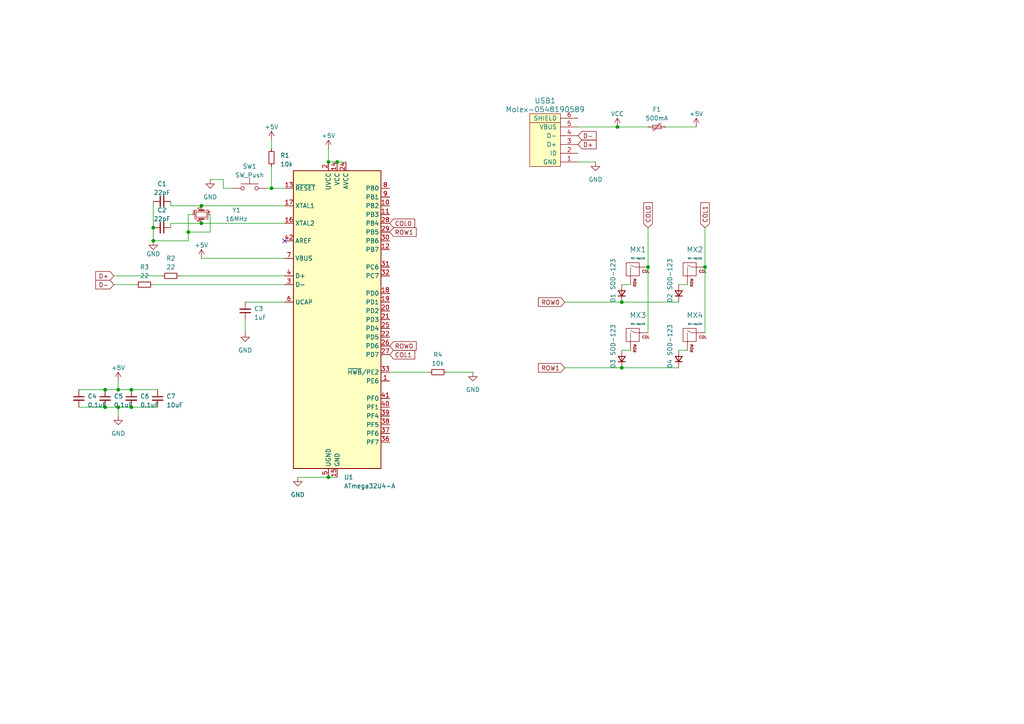
<source format=kicad_sch>
(kicad_sch (version 20230121) (generator eeschema)
  (paper "A4")
  (lib_symbols
    (symbol "Device:C_Small" (pin_numbers hide) (pin_names (offset 0.254) hide)
      (property "Reference" "C" (at 0.254 1.778 0))
      (property "Value" "C_Small" (at 0.254 -2.032 0))
      (symbol "C_Small_0_1"
        (polyline (pts (xy -1.524 -0.508) (xy 1.524 -0.508)) (stroke (width 0.3302)))
        (polyline (pts (xy -1.524 0.508) (xy 1.524 0.508)) (stroke (width 0.3048)))
      )
      (symbol "C_Small_1_1"
        (pin passive line (at 0 2.54 270) (length 2.032) (name "~") (number "1"))
        (pin passive line (at 0 -2.54 90) (length 2.032) (name "~") (number "2"))
      )
    )
    (symbol "Device:Crystal_GND24_Small" (pin_names (offset 1.016) hide)
      (property "Reference" "Y" (at 1.27 4.445 0))
      (property "Value" "Crystal_GND24_Small" (at 1.27 2.54 0))
      (symbol "Crystal_GND24_Small_0_1"
        (rectangle (start -0.762 -1.524) (end 0.762 1.524))
        (polyline (pts (xy -1.27 -0.762) (xy -1.27 0.762)) (stroke (width 0.381)))
        (polyline (pts (xy 1.27 -0.762) (xy 1.27 0.762)) (stroke (width 0.381)))
        (polyline (pts (xy -1.27 -1.27) (xy -1.27 -1.905) (xy 1.27 -1.905) (xy 1.27 -1.27)))
        (polyline (pts (xy -1.27 1.27) (xy -1.27 1.905) (xy 1.27 1.905) (xy 1.27 1.27)))
      )
      (symbol "Crystal_GND24_Small_1_1"
        (pin passive line (at -2.54 0 0) (length 1.27) (name "1") (number "1"))
        (pin passive line (at 0 -2.54 90) (length 0.635) (name "2") (number "2"))
        (pin passive line (at 2.54 0 180) (length 1.27) (name "3") (number "3"))
        (pin passive line (at 0 2.54 270) (length 0.635) (name "4") (number "4"))
      )
    )
    (symbol "Device:D_Small" (pin_numbers hide) (pin_names (offset 0.254) hide)
      (property "Reference" "D" (at -1.27 2.032 0))
      (property "Value" "D_Small" (at -3.81 -2.032 0))
      (symbol "D_Small_0_1"
        (polyline (pts (xy -0.762 -1.016) (xy -0.762 1.016)) (stroke (width 0.254)))
        (polyline (pts (xy -0.762 0) (xy 0.762 0)))
        (polyline (pts (xy 0.762 -1.016) (xy -0.762 0) (xy 0.762 1.016) (xy 0.762 -1.016)) (stroke (width 0.254)))
      )
      (symbol "D_Small_1_1"
        (pin passive line (at -2.54 0 0) (length 1.778) (name "K") (number "1"))
        (pin passive line (at 2.54 0 180) (length 1.778) (name "A") (number "2"))
      )
    )
    (symbol "Device:Polyfuse_Small" (pin_numbers hide) (pin_names (offset 0))
      (property "Reference" "F" (at -1.905 0 90))
      (property "Value" "Polyfuse_Small" (at 1.905 0 90))
      (symbol "Polyfuse_Small_0_1"
        (rectangle (start -0.508 1.27) (end 0.508 -1.27))
        (polyline (pts (xy 0 2.54) (xy 0 -2.54)))
        (polyline (pts (xy -1.016 1.27) (xy -1.016 0.762) (xy 1.016 -0.762) (xy 1.016 -1.27)))
      )
      (symbol "Polyfuse_Small_1_1"
        (pin passive line (at 0 2.54 270) (length 0.635) (name "~") (number "1"))
        (pin passive line (at 0 -2.54 90) (length 0.635) (name "~") (number "2"))
      )
    )
    (symbol "Device:R_Small" (pin_numbers hide) (pin_names (offset 0.254) hide)
      (property "Reference" "R" (at 0.762 0.508 0))
      (property "Value" "R_Small" (at 0.762 -1.016 0))
      (symbol "R_Small_0_1"
        (rectangle (start -0.762 1.778) (end 0.762 -1.778) (stroke (width 0.2032)))
      )
      (symbol "R_Small_1_1"
        (pin passive line (at 0 2.54 270) (length 0.762) (name "~") (number "1"))
        (pin passive line (at 0 -2.54 90) (length 0.762) (name "~") (number "2"))
      )
    )
    (symbol "MCU_Microchip_ATmega:ATmega32U4-A"
      (property "Reference" "U" (at -12.7 44.45 0))
      (property "Value" "ATmega32U4-A" (at 2.54 -44.45 0))
      (symbol "ATmega32U4-A_0_1"
        (rectangle (start -12.7 -43.18) (end 12.7 43.18) (stroke (width 0.254)) (fill (type background)))
      )
      (symbol "ATmega32U4-A_1_1"
        (pin bidirectional line (at 15.24 -17.78 180) (length 2.54) (name "PE6") (number "1"))
        (pin bidirectional line (at 15.24 33.02 180) (length 2.54) (name "PB2") (number "10"))
        (pin bidirectional line (at 15.24 30.48 180) (length 2.54) (name "PB3") (number "11"))
        (pin bidirectional line (at 15.24 20.32 180) (length 2.54) (name "PB7") (number "12"))
        (pin input line (at -15.24 38.1 0) (length 2.54) (name "~{RESET}") (number "13"))
        (pin power_in line (at 0 45.72 270) (length 2.54) (name "VCC") (number "14"))
        (pin power_in line (at 0 -45.72 90) (length 2.54) (name "GND") (number "15"))
        (pin output line (at -15.24 27.94 0) (length 2.54) (name "XTAL2") (number "16"))
        (pin input line (at -15.24 33.02 0) (length 2.54) (name "XTAL1") (number "17"))
        (pin bidirectional line (at 15.24 7.62 180) (length 2.54) (name "PD0") (number "18"))
        (pin bidirectional line (at 15.24 5.08 180) (length 2.54) (name "PD1") (number "19"))
        (pin power_in line (at -2.54 45.72 270) (length 2.54) (name "UVCC") (number "2"))
        (pin bidirectional line (at 15.24 2.54 180) (length 2.54) (name "PD2") (number "20"))
        (pin bidirectional line (at 15.24 0 180) (length 2.54) (name "PD3") (number "21"))
        (pin bidirectional line (at 15.24 -5.08 180) (length 2.54) (name "PD5") (number "22"))
        (pin passive line (at 0 -45.72 90) (length 2.54) hide (name "GND") (number "23"))
        (pin power_in line (at 2.54 45.72 270) (length 2.54) (name "AVCC") (number "24"))
        (pin bidirectional line (at 15.24 -2.54 180) (length 2.54) (name "PD4") (number "25"))
        (pin bidirectional line (at 15.24 -7.62 180) (length 2.54) (name "PD6") (number "26"))
        (pin bidirectional line (at 15.24 -10.16 180) (length 2.54) (name "PD7") (number "27"))
        (pin bidirectional line (at 15.24 27.94 180) (length 2.54) (name "PB4") (number "28"))
        (pin bidirectional line (at 15.24 25.4 180) (length 2.54) (name "PB5") (number "29"))
        (pin bidirectional line (at -15.24 10.16 0) (length 2.54) (name "D-") (number "3"))
        (pin bidirectional line (at 15.24 22.86 180) (length 2.54) (name "PB6") (number "30"))
        (pin bidirectional line (at 15.24 15.24 180) (length 2.54) (name "PC6") (number "31"))
        (pin bidirectional line (at 15.24 12.7 180) (length 2.54) (name "PC7") (number "32"))
        (pin bidirectional line (at 15.24 -15.24 180) (length 2.54) (name "~{HWB}/PE2") (number "33"))
        (pin passive line (at 0 45.72 270) (length 2.54) hide (name "VCC") (number "34"))
        (pin passive line (at 0 -45.72 90) (length 2.54) hide (name "GND") (number "35"))
        (pin bidirectional line (at 15.24 -35.56 180) (length 2.54) (name "PF7") (number "36"))
        (pin bidirectional line (at 15.24 -33.02 180) (length 2.54) (name "PF6") (number "37"))
        (pin bidirectional line (at 15.24 -30.48 180) (length 2.54) (name "PF5") (number "38"))
        (pin bidirectional line (at 15.24 -27.94 180) (length 2.54) (name "PF4") (number "39"))
        (pin bidirectional line (at -15.24 12.7 0) (length 2.54) (name "D+") (number "4"))
        (pin bidirectional line (at 15.24 -25.4 180) (length 2.54) (name "PF1") (number "40"))
        (pin bidirectional line (at 15.24 -22.86 180) (length 2.54) (name "PF0") (number "41"))
        (pin passive line (at -15.24 22.86 0) (length 2.54) (name "AREF") (number "42"))
        (pin passive line (at 0 -45.72 90) (length 2.54) hide (name "GND") (number "43"))
        (pin passive line (at 2.54 45.72 270) (length 2.54) hide (name "AVCC") (number "44"))
        (pin passive line (at -2.54 -45.72 90) (length 2.54) (name "UGND") (number "5"))
        (pin passive line (at -15.24 5.08 0) (length 2.54) (name "UCAP") (number "6"))
        (pin input line (at -15.24 17.78 0) (length 2.54) (name "VBUS") (number "7"))
        (pin bidirectional line (at 15.24 38.1 180) (length 2.54) (name "PB0") (number "8"))
        (pin bidirectional line (at 15.24 35.56 180) (length 2.54) (name "PB1") (number "9"))
      )
    )
    (symbol "MX_Alps_Hybrid:MX-NoLED" (pin_names (offset 1.016))
      (property "Reference" "MX" (at -0.635 3.81 0))
      (property "Value" "MX-NoLED" (at -0.635 1.27 0))
      (symbol "MX-NoLED_0_0"
        (rectangle (start -2.54 2.54) (end 1.27 -1.27))
        (polyline (pts (xy -1.27 -1.27) (xy -1.27 1.27)) (stroke (width 0.127)))
        (polyline (pts (xy 1.27 1.27) (xy 0 1.27) (xy -1.27 1.905)) (stroke (width 0.127)))
        (text "COL" (at 3.175 0 0) (effects (font (size 0.762 0.762))))
        (text "ROW" (at 0 -1.905 900) (effects (font (size 0.762 0.762)) (justify right)))
      )
      (symbol "MX-NoLED_1_1"
        (pin passive line (at 3.81 1.27 180) (length 2.54) (name "COL") (number "1"))
        (pin passive line (at -1.27 -3.81 90) (length 2.54) (name "ROW") (number "2"))
      )
    )
    (symbol "Switch:SW_Push" (pin_numbers hide) (pin_names (offset 1.016) hide)
      (property "Reference" "SW" (at 1.27 2.54 0))
      (property "Value" "SW_Push" (at 0 -1.524 0))
      (symbol "SW_Push_0_1"
        (circle (center -2.032 0) (radius 0.508))
        (polyline (pts (xy 0 1.27) (xy 0 3.048)))
        (polyline (pts (xy 2.54 1.27) (xy -2.54 1.27)))
        (circle (center 2.032 0) (radius 0.508))
        (pin passive line (at -5.08 0 0) (length 2.54) (name "1") (number "1"))
        (pin passive line (at 5.08 0 180) (length 2.54) (name "2") (number "2"))
      )
    )
    (symbol "power:+5V" (power) (pin_names (offset 0))
      (property "Value" "+5V" (at 0 3.556 0))
      (symbol "+5V_0_1"
        (polyline (pts (xy -0.762 1.27) (xy 0 2.54)))
        (polyline (pts (xy 0 0) (xy 0 2.54)))
        (polyline (pts (xy 0 2.54) (xy 0.762 1.27)))
      )
      (symbol "+5V_1_1"
        (pin power_in line (at 0 0 90) (length 0) hide (name "+5V") (number "1"))
      )
    )
    (symbol "power:GND" (power) (pin_names (offset 0))
      (property "Value" "GND" (at 0 -3.81 0))
      (symbol "GND_0_1"
        (polyline (pts (xy 0 0) (xy 0 -1.27) (xy 1.27 -1.27) (xy 0 -2.54) (xy -1.27 -1.27) (xy 0 -1.27)))
      )
      (symbol "GND_1_1"
        (pin power_in line (at 0 0 270) (length 0) hide (name "GND") (number "1"))
      )
    )
    (symbol "power:VCC" (power) (pin_names (offset 0))
      (property "Value" "VCC" (at 0 3.81 0))
      (symbol "VCC_0_1"
        (polyline (pts (xy -0.762 1.27) (xy 0 2.54)))
        (polyline (pts (xy 0 0) (xy 0 2.54)))
        (polyline (pts (xy 0 2.54) (xy 0.762 1.27)))
      )
      (symbol "VCC_1_1"
        (pin power_in line (at 0 0 90) (length 0) hide (name "VCC") (number "1"))
      )
    )
    (symbol "random-keyboard-parts:Molex-0548190589" (pin_names (offset 1.016))
      (property "Reference" "USB" (at 0 7.62 0))
      (property "Value" "Molex-0548190589" (at 0 10.16 0))
      (symbol "Molex-0548190589_0_0"
        (polyline (pts (xy 6.35 -2.54) (xy 6.35 6.35)))
        (rectangle (start 8.89 -2.54) (end -6.35 6.35) (fill (type background)))
      )
      (symbol "Molex-0548190589_1_1"
        (pin input line (at -5.08 -7.62 90) (length 5.08) (name "GND") (number "1"))
        (pin input line (at -2.54 -7.62 90) (length 5.08) (name "ID") (number "2"))
        (pin input line (at 0 -7.62 90) (length 5.08) (name "D+") (number "3"))
        (pin input line (at 2.54 -7.62 90) (length 5.08) (name "D-") (number "4"))
        (pin input line (at 5.08 -7.62 90) (length 5.08) (name "VBUS") (number "5"))
        (pin input line (at 7.62 -7.62 90) (length 5.08) (name "SHIELD") (number "6"))
      )
    )
  )
  (junction (at 34.29 113.03))
  (junction (at 38.1 113.03))
  (junction (at 54.61 67.31))
  (junction (at 187.96 77.47))
  (junction (at 30.48 113.03))
  (junction (at 78.74 54.61))
  (junction (at 204.47 77.47))
  (junction (at 95.25 46.99))
  (junction (at 38.1 118.11))
  (junction (at 34.29 118.11))
  (junction (at 44.45 66.04))
  (junction (at 180.34 87.63))
  (junction (at 30.48 118.11))
  (junction (at 95.25 138.43))
  (junction (at 58.42 64.77))
  (junction (at 58.42 59.69))
  (junction (at 97.79 46.99))
  (junction (at 180.34 106.68))
  (junction (at 44.45 69.85))
  (junction (at 179.07 36.83))
  (no_connect (at 82.55 69.85))
  (wire (pts (xy 44.45 69.85) (xy 54.61 69.85)))
  (wire (pts (xy 44.45 58.42) (xy 44.45 66.04)))
  (wire (pts (xy 204.47 66.04) (xy 204.47 77.47)))
  (wire (pts (xy 129.54 107.95) (xy 137.16 107.95)))
  (wire (pts (xy 60.96 62.23) (xy 60.96 67.31)))
  (wire (pts (xy 187.96 77.47) (xy 187.96 66.04)))
  (wire (pts (xy 54.61 62.23) (xy 54.61 67.31)))
  (wire (pts (xy 187.96 96.52) (xy 187.96 77.47)))
  (wire (pts (xy 49.53 64.77) (xy 49.53 66.04)))
  (wire (pts (xy 97.79 46.99) (xy 95.25 46.99)))
  (wire (pts (xy 77.47 54.61) (xy 78.74 54.61)))
  (wire (pts (xy 196.85 101.6) (xy 199.39 101.6)))
  (wire (pts (xy 86.36 138.43) (xy 95.25 138.43)))
  (wire (pts (xy 44.45 66.04) (xy 44.45 69.85)))
  (wire (pts (xy 204.47 77.47) (xy 204.47 96.52)))
  (wire (pts (xy 58.42 59.69) (xy 82.55 59.69)))
  (wire (pts (xy 180.34 106.68) (xy 196.85 106.68)))
  (wire (pts (xy 34.29 118.11) (xy 38.1 118.11)))
  (wire (pts (xy 30.48 118.11) (xy 34.29 118.11)))
  (wire (pts (xy 78.74 54.61) (xy 82.55 54.61)))
  (wire (pts (xy 78.74 48.26) (xy 78.74 54.61)))
  (wire (pts (xy 22.86 113.03) (xy 30.48 113.03)))
  (wire (pts (xy 67.31 54.61) (xy 64.77 54.61)))
  (wire (pts (xy 193.04 36.83) (xy 201.93 36.83)))
  (wire (pts (xy 58.42 59.69) (xy 49.53 59.69)))
  (wire (pts (xy 49.53 59.69) (xy 49.53 58.42)))
  (wire (pts (xy 180.34 101.6) (xy 182.88 101.6)))
  (wire (pts (xy 58.42 74.93) (xy 82.55 74.93)))
  (wire (pts (xy 179.07 36.83) (xy 187.96 36.83)))
  (wire (pts (xy 64.77 52.07) (xy 60.96 52.07)))
  (wire (pts (xy 54.61 67.31) (xy 54.61 69.85)))
  (wire (pts (xy 113.03 107.95) (xy 124.46 107.95)))
  (wire (pts (xy 58.42 64.77) (xy 82.55 64.77)))
  (wire (pts (xy 71.12 87.63) (xy 82.55 87.63)))
  (wire (pts (xy 163.83 87.63) (xy 180.34 87.63)))
  (wire (pts (xy 100.33 46.99) (xy 97.79 46.99)))
  (wire (pts (xy 71.12 92.71) (xy 71.12 96.52)))
  (wire (pts (xy 30.48 113.03) (xy 34.29 113.03)))
  (wire (pts (xy 58.42 64.77) (xy 49.53 64.77)))
  (wire (pts (xy 167.64 36.83) (xy 179.07 36.83)))
  (wire (pts (xy 180.34 82.55) (xy 182.88 82.55)))
  (wire (pts (xy 52.07 80.01) (xy 82.55 80.01)))
  (wire (pts (xy 78.74 40.64) (xy 78.74 43.18)))
  (wire (pts (xy 38.1 118.11) (xy 45.72 118.11)))
  (wire (pts (xy 167.64 46.99) (xy 172.72 46.99)))
  (wire (pts (xy 34.29 118.11) (xy 34.29 120.65)))
  (wire (pts (xy 196.85 82.55) (xy 199.39 82.55)))
  (wire (pts (xy 95.25 138.43) (xy 97.79 138.43)))
  (wire (pts (xy 55.88 62.23) (xy 54.61 62.23)))
  (wire (pts (xy 95.25 43.18) (xy 95.25 46.99)))
  (wire (pts (xy 34.29 110.49) (xy 34.29 113.03)))
  (wire (pts (xy 44.45 82.55) (xy 82.55 82.55)))
  (wire (pts (xy 163.83 106.68) (xy 180.34 106.68)))
  (wire (pts (xy 60.96 67.31) (xy 54.61 67.31)))
  (wire (pts (xy 180.34 87.63) (xy 196.85 87.63)))
  (wire (pts (xy 64.77 54.61) (xy 64.77 52.07)))
  (wire (pts (xy 34.29 113.03) (xy 38.1 113.03)))
  (wire (pts (xy 22.86 118.11) (xy 30.48 118.11)))
  (wire (pts (xy 33.02 80.01) (xy 46.99 80.01)))
  (wire (pts (xy 38.1 113.03) (xy 45.72 113.03)))
  (wire (pts (xy 33.02 82.55) (xy 39.37 82.55)))
  (global_label "D-" (shape input) (at 33.02 82.55 180) (property "Intersheetrefs" "${INTERSHEET_REFS}" (effects hide)))
  (global_label "ROW0" (shape input) (at 113.03 100.33 0) (property "Intersheetrefs" "${INTERSHEET_REFS}" (effects hide)))
  (global_label "COL0" (shape input) (at 187.96 66.04 90) (property "Intersheetrefs" "${INTERSHEET_REFS}" (effects hide)))
  (global_label "ROW1" (shape input) (at 113.03 67.31 0) (property "Intersheetrefs" "${INTERSHEET_REFS}" (effects hide)))
  (global_label "COL1" (shape input) (at 204.47 66.04 90) (property "Intersheetrefs" "${INTERSHEET_REFS}" (effects hide)))
  (global_label "COL1" (shape input) (at 113.03 102.87 0) (property "Intersheetrefs" "${INTERSHEET_REFS}" (effects hide)))
  (global_label "D+" (shape input) (at 167.64 41.91 0) (property "Intersheetrefs" "${INTERSHEET_REFS}" (effects hide)))
  (global_label "ROW0" (shape input) (at 163.83 87.63 180) (property "Intersheetrefs" "${INTERSHEET_REFS}" (effects hide)))
  (global_label "ROW1" (shape input) (at 163.83 106.68 180) (property "Intersheetrefs" "${INTERSHEET_REFS}" (effects hide)))
  (global_label "COL0" (shape input) (at 113.03 64.77 0) (property "Intersheetrefs" "${INTERSHEET_REFS}" (effects hide)))
  (global_label "D-" (shape input) (at 167.64 39.37 0) (property "Intersheetrefs" "${INTERSHEET_REFS}" (effects hide)))
  (global_label "D+" (shape input) (at 33.02 80.01 180) (property "Intersheetrefs" "${INTERSHEET_REFS}" (effects hide)))
  (symbol (lib_id "MX_Alps_Hybrid:MX-NoLED") (at 200.66 97.79 0) (unit 1)
    (property "Reference" "MX4" (at 201.5432 91.44 0) (effects (font (size 1.524 1.524))))
    (property "Value" "MX-NoLED" (at 201.5432 93.98 0) (effects (font (size 0.508 0.508))))
    (property "Footprint" "MX_Alps_Hybrid:MX-1U" (effects hide))
  )
  (symbol (lib_id "Device:R_Small") (at 127 107.95 90) (unit 1)
    (property "Reference" "R4" (at 127 102.87 90))
    (property "Value" "10k" (at 127 105.41 90))
    (property "Footprint" "Resistor_SMD:R_0805_2012Metric" (effects hide))
  )
  (symbol (lib_id "power:GND") (at 71.12 96.52 0) (unit 1)
    (property "Reference" "#PWR09" (effects hide))
    (property "Value" "GND" (at 71.12 101.6 0))
  )
  (symbol (lib_id "Device:D_Small") (at 196.85 104.14 90) (unit 1)
    (property "Reference" "D4" (at 194.31 104.14 0) (effects (justify right)))
    (property "Value" "SOD-123" (at 194.31 93.98 0) (effects (justify right)))
    (property "Footprint" "Diode_SMD:D_SOD-123" (effects hide))
    (property "Sim.Device" "D" (effects hide))
    (property "Sim.Pins" "1=K 2=A" (effects hide))
  )
  (symbol (lib_id "Device:C_Small") (at 46.99 58.42 270) (unit 1)
    (property "Reference" "C1" (at 46.9836 53.34 90))
    (property "Value" "22pF" (at 46.9836 55.88 90))
    (property "Footprint" "Capacitor_SMD:C_0805_2012Metric" (effects hide))
  )
  (symbol (lib_id "power:+5V") (at 201.93 36.83 0) (unit 1)
    (property "Reference" "#PWR02" (effects hide))
    (property "Value" "+5V" (at 201.93 33.02 0))
  )
  (symbol (lib_id "Switch:SW_Push") (at 72.39 54.61 0) (unit 1)
    (property "Reference" "SW1" (at 72.39 48.26 0))
    (property "Value" "SW_Push" (at 72.39 50.8 0))
    (property "Footprint" "random-keyboard-parts:SKQG-1155865" (effects hide))
  )
  (symbol (lib_id "MCU_Microchip_ATmega:ATmega32U4-A") (at 97.79 92.71 0) (unit 1)
    (property "Reference" "U1" (at 99.7459 138.43 0) (effects (justify left)))
    (property "Value" "ATmega32U4-A" (at 99.7459 140.97 0) (effects (justify left)))
    (property "Footprint" "Package_QFP:TQFP-44_10x10mm_P0.8mm" (effects hide))
    (property "Datasheet" "http://ww1.microchip.com/downloads/en/DeviceDoc/Atmel-7766-8-bit-AVR-ATmega16U4-32U4_Datasheet.pdf" (effects hide))
  )
  (symbol (lib_id "Device:R_Small") (at 49.53 80.01 90) (unit 1)
    (property "Reference" "R2" (at 49.53 74.93 90))
    (property "Value" "22" (at 49.53 77.47 90))
    (property "Footprint" "Resistor_SMD:R_0805_2012Metric" (effects hide))
  )
  (symbol (lib_id "Device:C_Small") (at 46.99 66.04 270) (unit 1)
    (property "Reference" "C2" (at 46.9836 60.96 90))
    (property "Value" "22pF" (at 46.9836 63.5 90))
    (property "Footprint" "Capacitor_SMD:C_0805_2012Metric" (effects hide))
  )
  (symbol (lib_id "random-keyboard-parts:Molex-0548190589") (at 160.02 41.91 90) (unit 1)
    (property "Reference" "USB1" (at 158.115 29.21 90) (effects (font (size 1.524 1.524))))
    (property "Value" "Molex-0548190589" (at 158.115 31.75 90) (effects (font (size 1.524 1.524))))
    (property "Footprint" "random-keyboard-parts:Molex-0548190589" (effects hide))
  )
  (symbol (lib_id "power:VCC") (at 179.07 36.83 0) (unit 1)
    (property "Reference" "#PWR01" (effects hide))
    (property "Value" "VCC" (at 179.07 33.02 0))
  )
  (symbol (lib_id "Device:Crystal_GND24_Small") (at 58.42 62.23 270) (unit 1)
    (property "Reference" "Y1" (at 68.58 60.96 90))
    (property "Value" "16MHz" (at 68.58 63.5 90))
    (property "Footprint" "Crystal:Crystal_SMD_3225-4Pin_3.2x2.5mm" (effects hide))
  )
  (symbol (lib_id "power:GND") (at 60.96 52.07 0) (unit 1)
    (property "Reference" "#PWR06" (effects hide))
    (property "Value" "GND" (at 60.96 57.15 0))
  )
  (symbol (lib_id "MX_Alps_Hybrid:MX-NoLED") (at 184.15 78.74 0) (unit 1)
    (property "Reference" "MX1" (at 185.0332 72.39 0) (effects (font (size 1.524 1.524))))
    (property "Value" "MX-NoLED" (at 185.0332 74.93 0) (effects (font (size 0.508 0.508))))
    (property "Footprint" "MX_Alps_Hybrid:MX-1U" (effects hide))
  )
  (symbol (lib_id "MX_Alps_Hybrid:MX-NoLED") (at 184.15 97.79 0) (unit 1)
    (property "Reference" "MX3" (at 185.0332 91.44 0) (effects (font (size 1.524 1.524))))
    (property "Value" "MX-NoLED" (at 185.0332 93.98 0) (effects (font (size 0.508 0.508))))
    (property "Footprint" "MX_Alps_Hybrid:MX-1U" (effects hide))
  )
  (symbol (lib_id "Device:C_Small") (at 45.72 115.57 0) (unit 1)
    (property "Reference" "C7" (at 48.26 114.9413 0) (effects (justify left)))
    (property "Value" "10uF" (at 48.26 117.4813 0) (effects (justify left)))
    (property "Footprint" "Capacitor_SMD:C_0805_2012Metric" (effects hide))
  )
  (symbol (lib_id "power:GND") (at 172.72 46.99 0) (unit 1)
    (property "Reference" "#PWR05" (effects hide))
    (property "Value" "GND" (at 172.72 52.07 0))
  )
  (symbol (lib_id "Device:R_Small") (at 41.91 82.55 90) (unit 1)
    (property "Reference" "R3" (at 41.91 77.47 90))
    (property "Value" "22" (at 41.91 80.01 90))
    (property "Footprint" "Resistor_SMD:R_0805_2012Metric" (effects hide))
  )
  (symbol (lib_id "power:+5V") (at 95.25 43.18 0) (unit 1)
    (property "Reference" "#PWR04" (effects hide))
    (property "Value" "+5V" (at 95.25 39.37 0))
  )
  (symbol (lib_id "Device:D_Small") (at 180.34 104.14 90) (unit 1)
    (property "Reference" "D3" (at 177.8 104.14 0) (effects (justify right)))
    (property "Value" "SOD-123" (at 177.8 93.98 0) (effects (justify right)))
    (property "Footprint" "Diode_SMD:D_SOD-123" (effects hide))
    (property "Sim.Device" "D" (effects hide))
    (property "Sim.Pins" "1=K 2=A" (effects hide))
  )
  (symbol (lib_id "Device:C_Small") (at 71.12 90.17 180) (unit 1)
    (property "Reference" "C3" (at 73.66 89.5286 0) (effects (justify right)))
    (property "Value" "1uF" (at 73.66 92.0686 0) (effects (justify right)))
    (property "Footprint" "Capacitor_SMD:C_0805_2012Metric" (effects hide))
  )
  (symbol (lib_id "power:+5V") (at 34.29 110.49 0) (unit 1)
    (property "Reference" "#PWR011" (effects hide))
    (property "Value" "+5V" (at 34.29 106.68 0))
  )
  (symbol (lib_id "power:+5V") (at 78.74 40.64 0) (unit 1)
    (property "Reference" "#PWR03" (effects hide))
    (property "Value" "+5V" (at 78.74 36.83 0))
  )
  (symbol (lib_id "Device:C_Small") (at 38.1 115.57 0) (unit 1)
    (property "Reference" "C6" (at 40.64 114.9413 0) (effects (justify left)))
    (property "Value" "0.1uF" (at 40.64 117.4813 0) (effects (justify left)))
    (property "Footprint" "Capacitor_SMD:C_0805_2012Metric" (effects hide))
  )
  (symbol (lib_id "Device:D_Small") (at 180.34 85.09 90) (unit 1)
    (property "Reference" "D1" (at 177.8 85.09 0) (effects (justify right)))
    (property "Value" "SOD-123" (at 177.8 74.93 0) (effects (justify right)))
    (property "Footprint" "Diode_SMD:D_SOD-123" (effects hide))
    (property "Sim.Device" "D" (effects hide))
    (property "Sim.Pins" "1=K 2=A" (effects hide))
  )
  (symbol (lib_id "power:+5V") (at 58.42 74.93 0) (unit 1)
    (property "Reference" "#PWR08" (effects hide))
    (property "Value" "+5V" (at 58.42 71.12 0))
  )
  (symbol (lib_id "power:GND") (at 34.29 120.65 0) (unit 1)
    (property "Reference" "#PWR012" (effects hide))
    (property "Value" "GND" (at 34.29 125.73 0))
  )
  (symbol (lib_id "power:GND") (at 86.36 138.43 0) (unit 1)
    (property "Reference" "#PWR013" (effects hide))
    (property "Value" "GND" (at 86.36 143.51 0))
  )
  (symbol (lib_id "power:GND") (at 137.16 107.95 0) (unit 1)
    (property "Reference" "#PWR010" (effects hide))
    (property "Value" "GND" (at 137.16 113.03 0))
  )
  (symbol (lib_id "Device:D_Small") (at 196.85 85.09 90) (unit 1)
    (property "Reference" "D2" (at 194.31 85.09 0) (effects (justify right)))
    (property "Value" "SOD-123" (at 194.31 74.93 0) (effects (justify right)))
    (property "Footprint" "Diode_SMD:D_SOD-123" (effects hide))
    (property "Sim.Device" "D" (effects hide))
    (property "Sim.Pins" "1=K 2=A" (effects hide))
  )
  (symbol (lib_id "Device:C_Small") (at 22.86 115.57 0) (unit 1)
    (property "Reference" "C4" (at 25.4 114.9413 0) (effects (justify left)))
    (property "Value" "0.1uF" (at 25.4 117.4813 0) (effects (justify left)))
    (property "Footprint" "Capacitor_SMD:C_0805_2012Metric" (effects hide))
  )
  (symbol (lib_id "Device:Polyfuse_Small") (at 190.5 36.83 90) (unit 1)
    (property "Reference" "F1" (at 190.5 31.75 90))
    (property "Value" "500mA" (at 190.5 34.29 90))
    (property "Footprint" "Fuse:Fuse_1206_3216Metric" (effects hide))
  )
  (symbol (lib_id "power:GND") (at 44.45 69.85 0) (unit 1)
    (property "Reference" "#PWR07" (effects hide))
    (property "Value" "GND" (at 44.45 73.66 0))
  )
  (symbol (lib_id "MX_Alps_Hybrid:MX-NoLED") (at 200.66 78.74 0) (unit 1)
    (property "Reference" "MX2" (at 201.5432 72.39 0) (effects (font (size 1.524 1.524))))
    (property "Value" "MX-NoLED" (at 201.5432 74.93 0) (effects (font (size 0.508 0.508))))
    (property "Footprint" "MX_Alps_Hybrid:MX-1U" (effects hide))
  )
  (symbol (lib_id "Device:R_Small") (at 78.74 45.72 0) (unit 1)
    (property "Reference" "R1" (at 81.28 45.085 0) (effects (justify left)))
    (property "Value" "10k" (at 81.28 47.625 0) (effects (justify left)))
    (property "Footprint" "Resistor_SMD:R_0805_2012Metric" (effects hide))
  )
  (symbol (lib_id "Device:C_Small") (at 30.48 115.57 0) (unit 1)
    (property "Reference" "C5" (at 33.02 114.9413 0) (effects (justify left)))
    (property "Value" "0.1uF" (at 33.02 117.4813 0) (effects (justify left)))
    (property "Footprint" "Capacitor_SMD:C_0805_2012Metric" (effects hide))
  )
)
</source>
